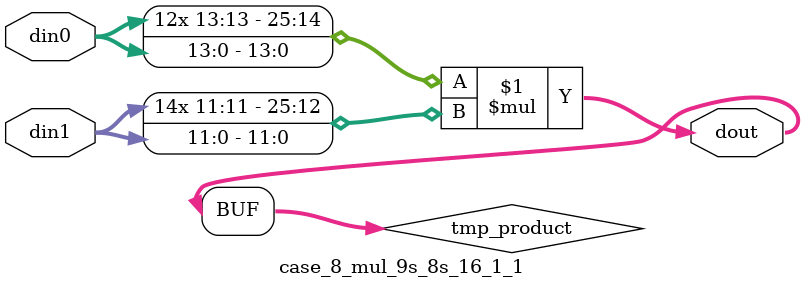
<source format=v>

`timescale 1 ns / 1 ps

 module case_8_mul_9s_8s_16_1_1(din0, din1, dout);
parameter ID = 1;
parameter NUM_STAGE = 0;
parameter din0_WIDTH = 14;
parameter din1_WIDTH = 12;
parameter dout_WIDTH = 26;

input [din0_WIDTH - 1 : 0] din0; 
input [din1_WIDTH - 1 : 0] din1; 
output [dout_WIDTH - 1 : 0] dout;

wire signed [dout_WIDTH - 1 : 0] tmp_product;



























assign tmp_product = $signed(din0) * $signed(din1);








assign dout = tmp_product;





















endmodule

</source>
